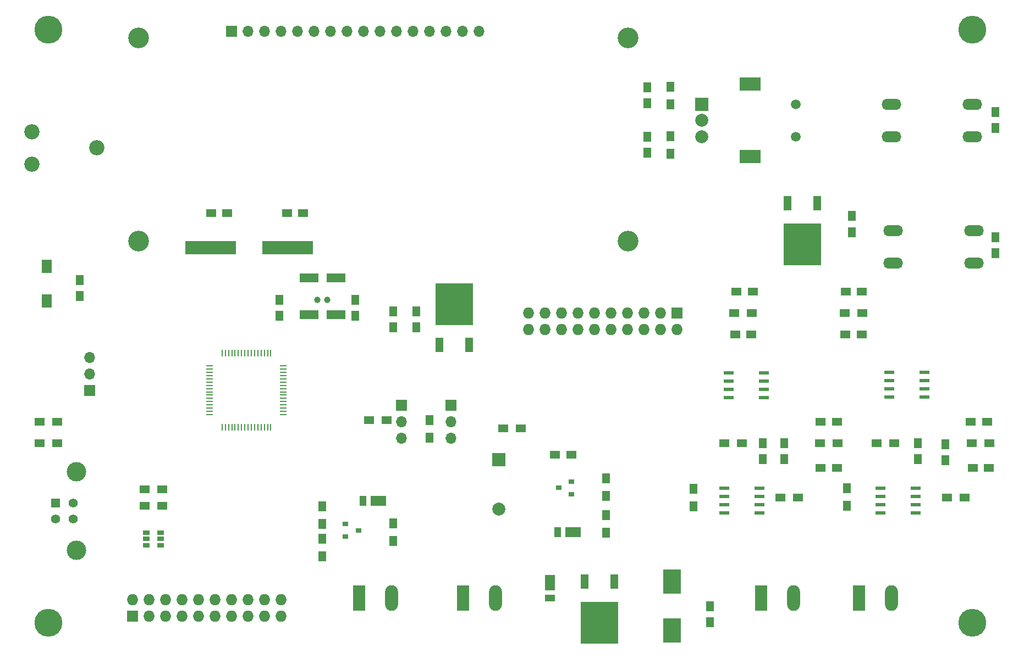
<source format=gbr>
G04 #@! TF.FileFunction,Soldermask,Top*
%FSLAX46Y46*%
G04 Gerber Fmt 4.6, Leading zero omitted, Abs format (unit mm)*
G04 Created by KiCad (PCBNEW 4.0.7-e2-6376~58~ubuntu16.04.1) date Tue Apr 16 15:45:19 2019*
%MOMM*%
%LPD*%
G01*
G04 APERTURE LIST*
%ADD10C,0.100000*%
%ADD11R,1.700000X1.700000*%
%ADD12O,1.700000X1.700000*%
%ADD13R,1.200000X2.200000*%
%ADD14R,5.800000X6.400000*%
%ADD15C,3.200000*%
%ADD16C,4.300000*%
%ADD17R,2.000000X2.000000*%
%ADD18C,2.000000*%
%ADD19R,1.250000X1.500000*%
%ADD20R,2.700000X3.750000*%
%ADD21R,1.500000X1.250000*%
%ADD22R,1.500000X2.400000*%
%ADD23R,1.500000X1.050000*%
%ADD24R,1.980000X3.960000*%
%ADD25O,1.980000X3.960000*%
%ADD26R,1.727200X1.727200*%
%ADD27O,1.727200X1.727200*%
%ADD28R,1.500000X1.300000*%
%ADD29R,0.900000X0.800000*%
%ADD30R,1.300000X1.500000*%
%ADD31C,2.340000*%
%ADD32C,1.500000*%
%ADD33R,3.200000X2.000000*%
%ADD34O,3.048000X1.727200*%
%ADD35R,1.600000X2.000000*%
%ADD36R,0.250000X1.000000*%
%ADD37R,1.000000X0.250000*%
%ADD38R,1.060000X0.650000*%
%ADD39R,1.550000X0.600000*%
%ADD40R,7.875000X2.000000*%
%ADD41R,2.850000X1.430000*%
%ADD42C,1.000000*%
%ADD43C,3.000000*%
%ADD44C,1.400000*%
%ADD45R,1.400000X1.400000*%
%ADD46R,2.400000X1.500000*%
%ADD47R,1.050000X1.500000*%
G04 APERTURE END LIST*
D10*
D11*
X109474000Y-56134000D03*
D12*
X112014000Y-56134000D03*
X114554000Y-56134000D03*
X117094000Y-56134000D03*
X119634000Y-56134000D03*
X122174000Y-56134000D03*
X124714000Y-56134000D03*
X127254000Y-56134000D03*
X129794000Y-56134000D03*
X132334000Y-56134000D03*
X134874000Y-56134000D03*
X137414000Y-56134000D03*
X139954000Y-56134000D03*
X142494000Y-56134000D03*
X145034000Y-56134000D03*
X147574000Y-56134000D03*
D13*
X141484000Y-104530000D03*
X146044000Y-104530000D03*
D14*
X143764000Y-98230000D03*
D15*
X170523000Y-88550000D03*
X95123000Y-57150000D03*
X170523000Y-57150000D03*
X95123000Y-88550000D03*
D16*
X81280000Y-55880000D03*
X223520000Y-55880000D03*
X223520000Y-147320000D03*
X81280000Y-147320000D03*
D17*
X150622000Y-122194000D03*
D18*
X150622000Y-129794000D03*
D19*
X137922000Y-99334000D03*
X137922000Y-101834000D03*
X134366000Y-99334000D03*
X134366000Y-101834000D03*
X183134000Y-147300000D03*
X183134000Y-144800000D03*
D20*
X177292000Y-148555000D03*
X177292000Y-141005000D03*
D21*
X159278000Y-121412000D03*
X161778000Y-121412000D03*
X118003046Y-84229194D03*
X120503046Y-84229194D03*
X106319046Y-84229194D03*
X108819046Y-84229194D03*
D19*
X128524000Y-100056000D03*
X128524000Y-97556000D03*
X116840000Y-100056000D03*
X116840000Y-97556000D03*
X173482000Y-64790000D03*
X173482000Y-67290000D03*
X86106000Y-94508000D03*
X86106000Y-97008000D03*
X227076000Y-71100000D03*
X227076000Y-68600000D03*
X227076000Y-90404000D03*
X227076000Y-87904000D03*
X173482000Y-74890000D03*
X173482000Y-72390000D03*
D21*
X206502000Y-96266000D03*
X204002000Y-96266000D03*
X203962000Y-102870000D03*
X206462000Y-102870000D03*
D19*
X204978000Y-87122000D03*
X204978000Y-84622000D03*
X215138000Y-122154000D03*
X215138000Y-119654000D03*
D21*
X223286000Y-116332000D03*
X225786000Y-116332000D03*
D19*
X219368999Y-122320998D03*
X219368999Y-119820998D03*
D21*
X223560000Y-123444000D03*
X226060000Y-123444000D03*
X189698000Y-96266000D03*
X187198000Y-96266000D03*
X186984000Y-102870000D03*
X189484000Y-102870000D03*
D19*
X191262000Y-119654000D03*
X191262000Y-122154000D03*
D21*
X200172000Y-116332000D03*
X202672000Y-116332000D03*
D19*
X194564000Y-119654000D03*
X194564000Y-122154000D03*
D21*
X200172000Y-123444000D03*
X202672000Y-123444000D03*
D22*
X158496000Y-141136000D03*
D23*
X158496000Y-143511000D03*
D11*
X135588859Y-113792000D03*
D12*
X135588859Y-116332000D03*
X135588859Y-118872000D03*
D11*
X143256000Y-113792000D03*
D12*
X143256000Y-116332000D03*
X143256000Y-118872000D03*
D24*
X145114000Y-143510000D03*
D25*
X150114000Y-143510000D03*
D24*
X129112000Y-143510000D03*
D25*
X134112000Y-143510000D03*
D26*
X94234000Y-146304000D03*
D27*
X94234000Y-143764000D03*
X96774000Y-146304000D03*
X96774000Y-143764000D03*
X99314000Y-146304000D03*
X99314000Y-143764000D03*
X101854000Y-146304000D03*
X101854000Y-143764000D03*
X104394000Y-146304000D03*
X104394000Y-143764000D03*
X106934000Y-146304000D03*
X106934000Y-143764000D03*
X109474000Y-146304000D03*
X109474000Y-143764000D03*
X112014000Y-146304000D03*
X112014000Y-143764000D03*
X114554000Y-146304000D03*
X114554000Y-143764000D03*
X117094000Y-146304000D03*
X117094000Y-143764000D03*
D26*
X178054000Y-99568000D03*
D27*
X178054000Y-102108000D03*
X175514000Y-99568000D03*
X175514000Y-102108000D03*
X172974000Y-99568000D03*
X172974000Y-102108000D03*
X170434000Y-99568000D03*
X170434000Y-102108000D03*
X167894000Y-99568000D03*
X167894000Y-102108000D03*
X165354000Y-99568000D03*
X165354000Y-102108000D03*
X162814000Y-99568000D03*
X162814000Y-102108000D03*
X160274000Y-99568000D03*
X160274000Y-102108000D03*
X157734000Y-99568000D03*
X157734000Y-102108000D03*
X155194000Y-99568000D03*
X155194000Y-102108000D03*
D24*
X206074000Y-143510000D03*
D25*
X211074000Y-143510000D03*
D24*
X191008000Y-143510000D03*
D25*
X196008000Y-143510000D03*
D11*
X87630000Y-111506000D03*
D12*
X87630000Y-108966000D03*
X87630000Y-106426000D03*
D28*
X203882000Y-99568000D03*
X206582000Y-99568000D03*
X223440000Y-119634000D03*
X226140000Y-119634000D03*
X186864000Y-99568000D03*
X189564000Y-99568000D03*
X200072000Y-119634000D03*
X202772000Y-119634000D03*
X79930000Y-119634000D03*
X82630000Y-119634000D03*
D29*
X127016000Y-132146000D03*
X127016000Y-134046000D03*
X129016000Y-133096000D03*
X161798000Y-127508000D03*
X161798000Y-125608000D03*
X159798000Y-126558000D03*
D30*
X123444000Y-132080000D03*
X123444000Y-129380000D03*
X134366000Y-134700000D03*
X134366000Y-132000000D03*
D28*
X133350000Y-116078000D03*
X130650000Y-116078000D03*
D30*
X139954000Y-118778000D03*
X139954000Y-116078000D03*
X123444000Y-137066000D03*
X123444000Y-134366000D03*
D28*
X154004000Y-117348000D03*
X151304000Y-117348000D03*
D30*
X167132000Y-130730000D03*
X167132000Y-133430000D03*
X167132000Y-125062000D03*
X167132000Y-127762000D03*
D28*
X79930000Y-116332000D03*
X82630000Y-116332000D03*
D30*
X177038000Y-67390000D03*
X177038000Y-64690000D03*
D28*
X96106000Y-126746000D03*
X98806000Y-126746000D03*
X98806000Y-129286000D03*
X96106000Y-129286000D03*
D30*
X177038000Y-72310000D03*
X177038000Y-75010000D03*
X204216000Y-129286000D03*
X204216000Y-126586000D03*
D28*
X211488000Y-119634000D03*
X208788000Y-119634000D03*
X219630000Y-128016000D03*
X222330000Y-128016000D03*
D30*
X180594000Y-129366000D03*
X180594000Y-126666000D03*
D28*
X188040000Y-119634000D03*
X185340000Y-119634000D03*
X193976000Y-128016000D03*
X196676000Y-128016000D03*
D31*
X78740000Y-71628000D03*
X88740000Y-74128000D03*
X78740000Y-76628000D03*
D32*
X196342000Y-72390000D03*
X196342000Y-67390000D03*
D33*
X189342000Y-75490000D03*
X189342000Y-64290000D03*
D18*
X181842000Y-72390000D03*
X181842000Y-69890000D03*
D17*
X181842000Y-67390000D03*
D34*
X223520000Y-67390000D03*
X223520000Y-72390000D03*
X211020000Y-67390000D03*
X211020000Y-72390000D03*
X223774000Y-86868000D03*
X223774000Y-91868000D03*
X211274000Y-86868000D03*
X211274000Y-91868000D03*
D35*
X80986999Y-92367332D03*
X80986999Y-97767332D03*
D13*
X168396000Y-141020000D03*
X163836000Y-141020000D03*
D14*
X166116000Y-147320000D03*
D36*
X115510000Y-105806000D03*
X115010000Y-105806000D03*
X114510000Y-105806000D03*
X114010000Y-105806000D03*
X113510000Y-105806000D03*
X113010000Y-105806000D03*
X112510000Y-105806000D03*
X112010000Y-105806000D03*
X111510000Y-105806000D03*
X111010000Y-105806000D03*
X110510000Y-105806000D03*
X110010000Y-105806000D03*
X109510000Y-105806000D03*
X109010000Y-105806000D03*
X108510000Y-105806000D03*
X108010000Y-105806000D03*
D37*
X106060000Y-107756000D03*
X106060000Y-108256000D03*
X106060000Y-108756000D03*
X106060000Y-109256000D03*
X106060000Y-109756000D03*
X106060000Y-110256000D03*
X106060000Y-110756000D03*
X106060000Y-111256000D03*
X106060000Y-111756000D03*
X106060000Y-112256000D03*
X106060000Y-112756000D03*
X106060000Y-113256000D03*
X106060000Y-113756000D03*
X106060000Y-114256000D03*
X106060000Y-114756000D03*
X106060000Y-115256000D03*
D36*
X108010000Y-117206000D03*
X108510000Y-117206000D03*
X109010000Y-117206000D03*
X109510000Y-117206000D03*
X110010000Y-117206000D03*
X110510000Y-117206000D03*
X111010000Y-117206000D03*
X111510000Y-117206000D03*
X112010000Y-117206000D03*
X112510000Y-117206000D03*
X113010000Y-117206000D03*
X113510000Y-117206000D03*
X114010000Y-117206000D03*
X114510000Y-117206000D03*
X115010000Y-117206000D03*
X115510000Y-117206000D03*
D37*
X117460000Y-115256000D03*
X117460000Y-114756000D03*
X117460000Y-114256000D03*
X117460000Y-113756000D03*
X117460000Y-113256000D03*
X117460000Y-112756000D03*
X117460000Y-112256000D03*
X117460000Y-111756000D03*
X117460000Y-111256000D03*
X117460000Y-110756000D03*
X117460000Y-110256000D03*
X117460000Y-109756000D03*
X117460000Y-109256000D03*
X117460000Y-108756000D03*
X117460000Y-108256000D03*
X117460000Y-107756000D03*
D38*
X98552000Y-135382000D03*
X98552000Y-134432000D03*
X98552000Y-133482000D03*
X96352000Y-133482000D03*
X96352000Y-135382000D03*
X96352000Y-134432000D03*
D13*
X199637000Y-82703000D03*
X195077000Y-82703000D03*
D14*
X197357000Y-89003000D03*
D39*
X209390000Y-126619000D03*
X209390000Y-127889000D03*
X209390000Y-129159000D03*
X209390000Y-130429000D03*
X214790000Y-130429000D03*
X214790000Y-129159000D03*
X214790000Y-127889000D03*
X214790000Y-126619000D03*
X185354000Y-126619000D03*
X185354000Y-127889000D03*
X185354000Y-129159000D03*
X185354000Y-130429000D03*
X190754000Y-130429000D03*
X190754000Y-129159000D03*
X190754000Y-127889000D03*
X190754000Y-126619000D03*
D40*
X118078546Y-89563194D03*
X106203546Y-89563194D03*
D41*
X125519000Y-99843000D03*
X125519000Y-94213000D03*
X121369000Y-94213000D03*
X121369000Y-99843000D03*
D42*
X124182000Y-97536000D03*
X122682000Y-97536000D03*
D43*
X85598000Y-124104000D03*
D44*
X85108000Y-128874000D03*
X85108000Y-131374000D03*
D45*
X82358000Y-128874000D03*
D43*
X85598000Y-136144000D03*
D44*
X82358000Y-131374000D03*
D39*
X210754000Y-108712000D03*
X210754000Y-109982000D03*
X210754000Y-111252000D03*
X210754000Y-112522000D03*
X216154000Y-112522000D03*
X216154000Y-111252000D03*
X216154000Y-109982000D03*
X216154000Y-108712000D03*
X186022000Y-108839000D03*
X186022000Y-110109000D03*
X186022000Y-111379000D03*
X186022000Y-112649000D03*
X191422000Y-112649000D03*
X191422000Y-111379000D03*
X191422000Y-110109000D03*
X191422000Y-108839000D03*
D46*
X132080000Y-128524000D03*
D47*
X129705000Y-128524000D03*
D46*
X162022000Y-133350000D03*
D47*
X159647000Y-133350000D03*
M02*

</source>
